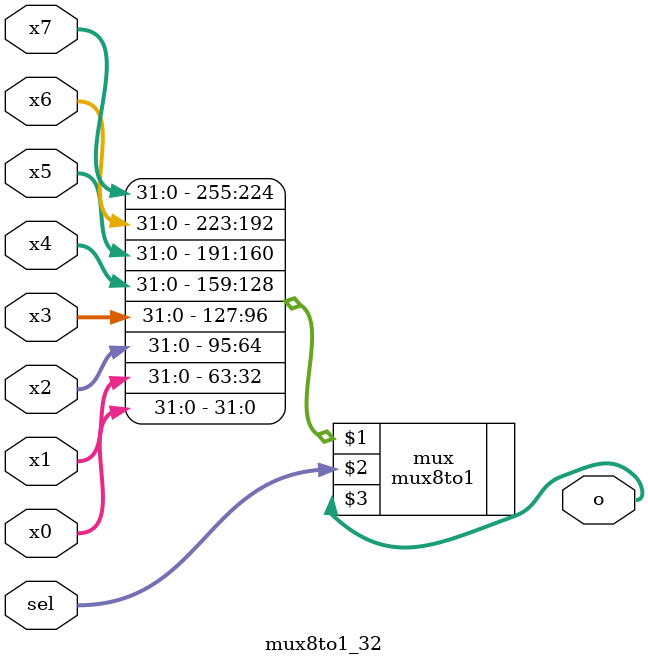
<source format=v>
`timescale 1ns / 1ps

module mux8to1_32(
		input [2:0] sel,
		input [31:0] x0,
		input [31:0] x1,
		input [31:0] x2,
		input [31:0] x3,
		input [31:0] x4,
		input [31:0] x5,
		input [31:0] x6,
		input [31:0] x7,
		output [31:0] o
		);
	mux8to1 #(32) mux({x7, x6, x5, x4, x3, x2, x1, x0}, sel, o);
endmodule

</source>
